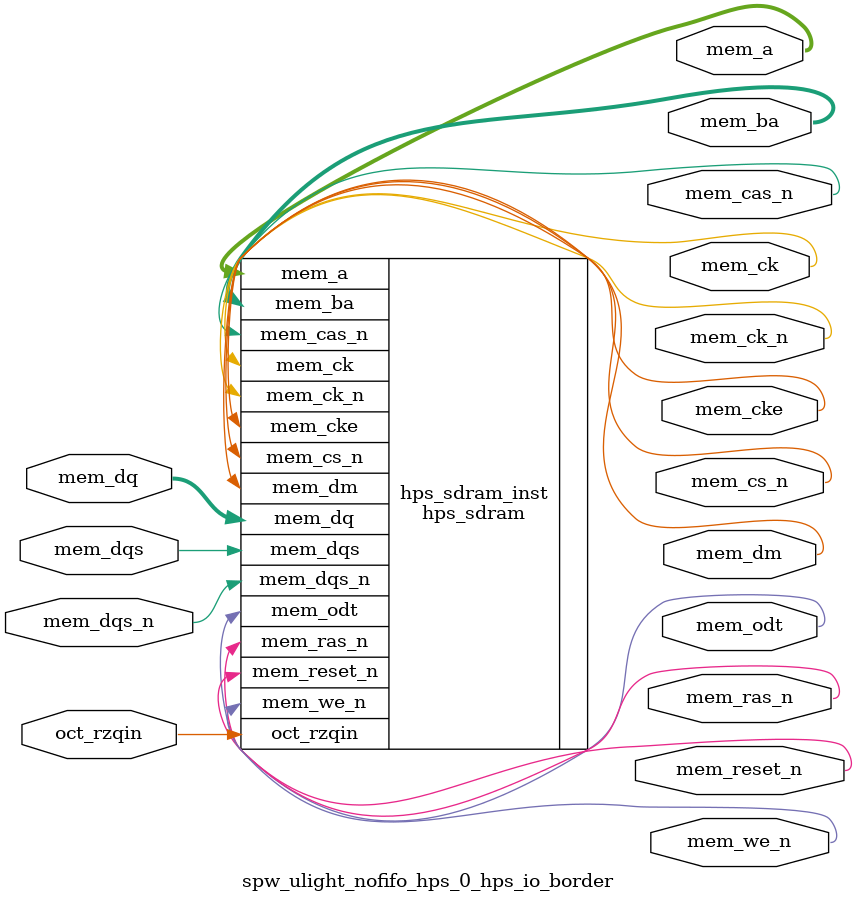
<source format=sv>


module spw_ulight_nofifo_hps_0_hps_io_border(
// memory
  output wire [13 - 1 : 0 ] mem_a
 ,output wire [3 - 1 : 0 ] mem_ba
 ,output wire [1 - 1 : 0 ] mem_ck
 ,output wire [1 - 1 : 0 ] mem_ck_n
 ,output wire [1 - 1 : 0 ] mem_cke
 ,output wire [1 - 1 : 0 ] mem_cs_n
 ,output wire [1 - 1 : 0 ] mem_ras_n
 ,output wire [1 - 1 : 0 ] mem_cas_n
 ,output wire [1 - 1 : 0 ] mem_we_n
 ,output wire [1 - 1 : 0 ] mem_reset_n
 ,inout wire [8 - 1 : 0 ] mem_dq
 ,inout wire [1 - 1 : 0 ] mem_dqs
 ,inout wire [1 - 1 : 0 ] mem_dqs_n
 ,output wire [1 - 1 : 0 ] mem_odt
 ,output wire [1 - 1 : 0 ] mem_dm
 ,input wire [1 - 1 : 0 ] oct_rzqin
);


hps_sdram hps_sdram_inst(
 .mem_dq({
    mem_dq[7:0] // 7:0
  })
,.mem_odt({
    mem_odt[0:0] // 0:0
  })
,.mem_ras_n({
    mem_ras_n[0:0] // 0:0
  })
,.mem_dqs_n({
    mem_dqs_n[0:0] // 0:0
  })
,.mem_dqs({
    mem_dqs[0:0] // 0:0
  })
,.mem_dm({
    mem_dm[0:0] // 0:0
  })
,.mem_we_n({
    mem_we_n[0:0] // 0:0
  })
,.mem_cas_n({
    mem_cas_n[0:0] // 0:0
  })
,.mem_ba({
    mem_ba[2:0] // 2:0
  })
,.mem_a({
    mem_a[12:0] // 12:0
  })
,.mem_cs_n({
    mem_cs_n[0:0] // 0:0
  })
,.mem_ck({
    mem_ck[0:0] // 0:0
  })
,.mem_cke({
    mem_cke[0:0] // 0:0
  })
,.oct_rzqin({
    oct_rzqin[0:0] // 0:0
  })
,.mem_reset_n({
    mem_reset_n[0:0] // 0:0
  })
,.mem_ck_n({
    mem_ck_n[0:0] // 0:0
  })
);

endmodule


</source>
